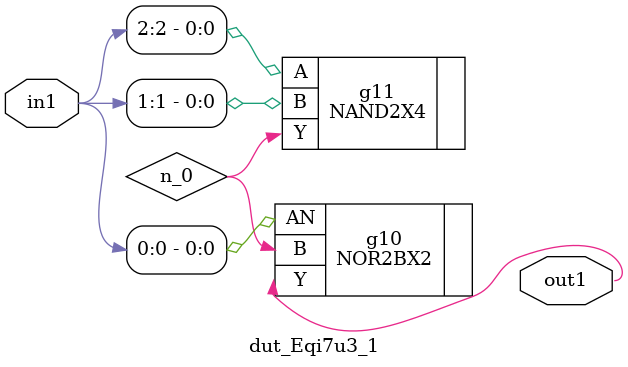
<source format=v>
`timescale 1ps / 1ps


module dut_Eqi7u3_1(in1, out1);
  input [2:0] in1;
  output out1;
  wire [2:0] in1;
  wire out1;
  wire n_0;
  NOR2BX2 g10(.AN (in1[0]), .B (n_0), .Y (out1));
  NAND2X4 g11(.A (in1[2]), .B (in1[1]), .Y (n_0));
endmodule



</source>
